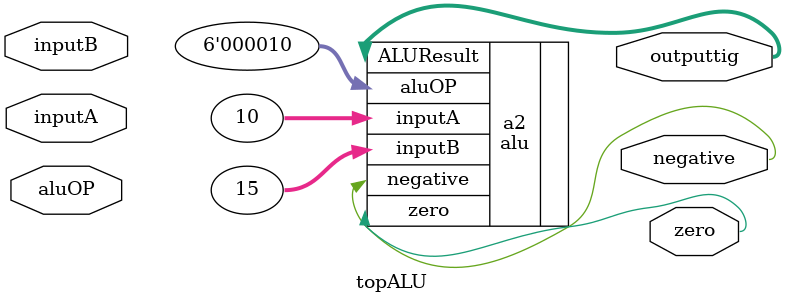
<source format=sv>

`default_nettype none


	typedef enum logic [5:0] {
		CU_LUI, CU_AUIPC, CU_JAL, CU_JALR, 
		CU_BEQ, CU_BNE, CU_BLT, CU_BGE, CU_BLTU, CU_BGEU, 
		CU_LB, CU_LH, CU_LW, CU_LBU, CU_LHU, CU_SB, CU_SH, CU_SW, 
		CU_ADDI, CU_SLTI, CU_SLTIU, CU_SLIU, CU_XORI, CU_ORI, CU_ANDI, CU_SLLI, CU_SRLI, CU_SRAI, 
		CU_ADD, CU_SUB, CU_SLL, CU_SLT, CU_SLTU, CU_XOR, CU_SRL, CU_SRA, CU_OR, CU_AND,
		CU_ERROR
	} cuOPType;	

module topALU (
  // I/O ports
    input logic[31:0] inputA, inputB,
    input cuOPType aluOP,
    output logic [31:0] outputtig,
    output logic negative,zero

);

  // Your code goes here...
    alu a2(.inputA(32'd10), .inputB(32'd15), .aluOP(CU_JAL), .ALUResult(outputtig), .negative(negative), .zero(zero));
  
endmodule  
</source>
